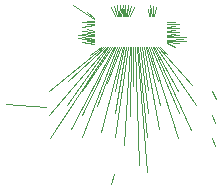
<source format=gbr>
G04 start of page 3 for group 1 idx 2 *
G04 Title: IDEF-X, Bondwire *
G04 Creator: pcb 1.99z *
G04 CreationDate: Mi 20 Jan 2016 16:51:45 GMT UTC *
G04 For: stephan *
G04 Format: Gerber/RS-274X *
G04 PCB-Dimensions (mil): 7874.02 3937.01 *
G04 PCB-Coordinate-Origin: lower left *
%MOIN*%
%FSLAX25Y25*%
%LNBONDWIRE*%
%ADD26C,0.0020*%
G54D26*X629528Y140551D02*X627559Y107874D01*
X630118Y140551D02*X629528Y117717D01*
X628937Y140551D02*X624803Y110630D01*
X631299Y140551D02*X632677Y101181D01*
X631890Y140551D02*X635433Y98819D01*
X632480Y140551D02*X635433Y110630D01*
X624409Y98425D02*X623228Y94882D01*
X633071Y140551D02*X635827Y118504D01*
X633661Y140551D02*X635827Y126378D01*
X634843Y140551D02*X639764Y121260D01*
X629528Y150787D02*X631102Y153937D01*
X629134Y150787D02*X630118Y154331D01*
X628740Y150787D02*X629134Y154724D01*
X628346Y150787D02*X628543Y153346D01*
X627953Y150787D02*X628150Y154724D01*
X627559Y150787D02*X627756Y153346D01*
X625984Y150787D02*X626181Y154724D01*
X625591Y150787D02*X625197Y154528D01*
Y150787D02*X624213Y154331D01*
X626378Y150787D02*X626575Y153346D01*
X624803Y150787D02*X623228Y153937D01*
X626772Y150787D02*X627165Y154724D01*
Y150787D02*X627362Y153346D01*
X634252Y140551D02*X639370Y113386D01*
X636024Y140551D02*X645669Y110236D01*
X639567Y140551D02*X641929Y138189D01*
X642126Y141929D02*X644685Y140748D01*
X641929Y138189D02*X641142Y138976D01*
X636614Y140551D02*X646063Y118504D01*
X637205Y140551D02*X650000Y112992D01*
X657087Y125984D02*X658268Y123228D01*
X657087Y118110D02*X657874Y115354D01*
X657087Y110236D02*X657874Y107480D01*
X635433Y140551D02*X638976Y129134D01*
X637795Y140551D02*X645669Y125984D01*
X638386Y140551D02*X651575Y121260D01*
X638976Y140551D02*X650394Y127953D01*
X642126Y142717D02*X648425Y142520D01*
X642126Y142323D02*X646063Y141929D01*
X642126Y143110D02*X647244Y143307D01*
X642126Y143898D02*X648425Y144094D01*
X642126Y144291D02*X646063Y144685D01*
X642126D02*X644685Y145079D01*
X636417Y150787D02*X636220Y153150D01*
X637008Y150787D02*X636417Y154528D01*
X637402Y150787D02*Y154331D01*
X637795Y150787D02*X638386Y153937D01*
X636024Y150787D02*X635630Y153150D01*
X642126Y148819D02*X644685Y149016D01*
X642126Y148425D02*X646063D01*
X642126Y147441D02*X644685Y147638D01*
X642126Y147047D02*X646063D01*
X642126Y146063D02*X644685Y146260D01*
X642126Y145669D02*X646063D01*
X630709Y140551D02*Y127559D01*
X628346Y140551D02*X624803Y118504D01*
X627756Y140551D02*X624803Y125984D01*
X626575Y140551D02*X622047Y128740D01*
X625984Y140551D02*X618504Y120866D01*
X623622Y140551D02*X613780Y125984D01*
X620079Y140551D02*X616339Y137795D01*
X617717Y141732D02*X613780Y142126D01*
X617717D02*X615354Y142520D01*
X627165Y140551D02*X620079Y112205D01*
X625394Y140551D02*X613780Y110630D01*
X624803Y140551D02*X613780Y118110D01*
X622441Y140551D02*X608661Y121260D01*
X621260Y140551D02*X609055Y129134D01*
X588189Y121654D02*X601575Y120472D01*
X624213Y140551D02*X609843Y113386D01*
X623031Y140551D02*X603150Y110236D01*
X621850Y140551D02*X602756Y118110D01*
Y125984D02*X620669Y140551D01*
X617717Y142520D02*X615354Y142913D01*
X617717Y145079D02*X615354Y145276D01*
X617717Y145669D02*X613780Y145866D01*
X617717Y142913D02*X612205Y143701D01*
X617717Y144291D02*X612205Y144488D01*
X617717Y144685D02*X613780Y144882D01*
X617717Y143307D02*X613780Y143898D01*
X617717Y150394D02*X615354Y152362D01*
X617717Y150000D02*X610630Y154724D01*
X617717Y149409D02*X615354D01*
X617717Y149016D02*X613780Y148819D01*
X617717Y148228D02*X615354D01*
X617717Y147835D02*X613780Y147244D01*
X617717Y146063D02*X615354Y146457D01*
M02*

</source>
